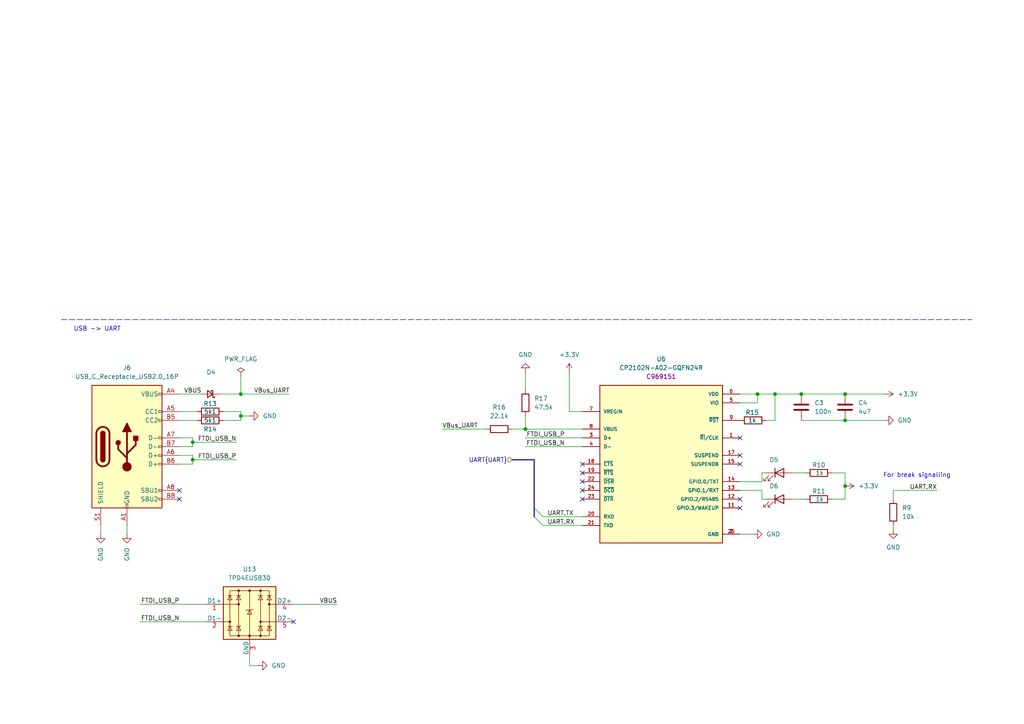
<source format=kicad_sch>
(kicad_sch (version 20250114) (generator "eeschema") (generator_version "9.0")
  (paper "A4")
  (title_block (title "HomeLabIO") (rev "v0.3"))
  (lib_symbols
    (symbol "Connector:USB_C_Receptacle_USB2.0_16P" (pin_names (offset 1.016))
      (property "Reference" "J" (at 0 22.225 0))
      (property "Value" "USB_C_Receptacle_USB2.0_16P" (at 0 19.685 0))
      (symbol "USB_C_Receptacle_USB2.0_16P_0_0"
        (rectangle (start -0.254 -17.78) (end 0.254 -16.764))
        (rectangle (start 10.16 15.494) (end 9.144 14.986))
        (rectangle (start 10.16 10.414) (end 9.144 9.906))
        (rectangle (start 10.16 7.874) (end 9.144 7.366))
        (rectangle (start 10.16 2.794) (end 9.144 2.286))
        (rectangle (start 10.16 0.254) (end 9.144 -0.254))
        (rectangle (start 10.16 -2.286) (end 9.144 -2.794))
        (rectangle (start 10.16 -4.826) (end 9.144 -5.334))
        (rectangle (start 10.16 -12.446) (end 9.144 -12.954))
        (rectangle (start 10.16 -14.986) (end 9.144 -15.494))
      )
      (symbol "USB_C_Receptacle_USB2.0_16P_0_1"
        (rectangle (start -10.16 17.78) (end 10.16 -17.78) (stroke (width 0.254)) (fill (type background)))
        (polyline (pts (xy -8.89 -3.81) (xy -8.89 3.81)) (stroke (width 0.508)))
        (rectangle (start -7.62 -3.81) (end -6.35 3.81) (stroke (width 0.254)) (fill (type outline)))
        (arc (start -7.62 3.81) (mid -6.985 4.4423) (end -6.35 3.81) (stroke (width 0.254)))
        (arc (start -7.62 3.81) (mid -6.985 4.4423) (end -6.35 3.81) (stroke (width 0.254)) (fill (type outline)))
        (arc (start -8.89 3.81) (mid -6.985 5.7067) (end -5.08 3.81) (stroke (width 0.508)))
        (arc (start -5.08 -3.81) (mid -6.985 -5.7067) (end -8.89 -3.81) (stroke (width 0.508)))
        (arc (start -6.35 -3.81) (mid -6.985 -4.4423) (end -7.62 -3.81) (stroke (width 0.254)))
        (arc (start -6.35 -3.81) (mid -6.985 -4.4423) (end -7.62 -3.81) (stroke (width 0.254)) (fill (type outline)))
        (polyline (pts (xy -5.08 3.81) (xy -5.08 -3.81)) (stroke (width 0.508)))
        (circle (center -2.54 1.143) (radius 0.635) (stroke (width 0.254)) (fill (type outline)))
        (polyline (pts (xy -1.27 4.318) (xy 0 6.858) (xy 1.27 4.318) (xy -1.27 4.318)) (stroke (width 0.254)) (fill (type outline)))
        (polyline (pts (xy 0 -2.032) (xy 2.54 0.508) (xy 2.54 1.778)) (stroke (width 0.508)))
        (polyline (pts (xy 0 -3.302) (xy -2.54 -0.762) (xy -2.54 0.508)) (stroke (width 0.508)))
        (polyline (pts (xy 0 -5.842) (xy 0 4.318)) (stroke (width 0.508)))
        (circle (center 0 -5.842) (radius 1.27) (fill (type outline)))
        (rectangle (start 1.905 1.778) (end 3.175 3.048) (stroke (width 0.254)) (fill (type outline)))
      )
      (symbol "USB_C_Receptacle_USB2.0_16P_1_1"
        (pin passive line (at -7.62 -22.86 90) (length 5.08) (name "SHIELD") (number "S1"))
        (pin passive line (at 0 -22.86 90) (length 5.08) (name "GND") (number "A1"))
        (pin passive line (at 0 -22.86 90) (length 5.08) (hide yes) (name "GND") (number "A12"))
        (pin passive line (at 0 -22.86 90) (length 5.08) (hide yes) (name "GND") (number "B1"))
        (pin passive line (at 0 -22.86 90) (length 5.08) (hide yes) (name "GND") (number "B12"))
        (pin passive line (at 15.24 15.24 180) (length 5.08) (name "VBUS") (number "A4"))
        (pin passive line (at 15.24 15.24 180) (length 5.08) (hide yes) (name "VBUS") (number "A9"))
        (pin passive line (at 15.24 15.24 180) (length 5.08) (hide yes) (name "VBUS") (number "B4"))
        (pin passive line (at 15.24 15.24 180) (length 5.08) (hide yes) (name "VBUS") (number "B9"))
        (pin bidirectional line (at 15.24 10.16 180) (length 5.08) (name "CC1") (number "A5"))
        (pin bidirectional line (at 15.24 7.62 180) (length 5.08) (name "CC2") (number "B5"))
        (pin bidirectional line (at 15.24 2.54 180) (length 5.08) (name "D-") (number "A7"))
        (pin bidirectional line (at 15.24 0 180) (length 5.08) (name "D-") (number "B7"))
        (pin bidirectional line (at 15.24 -2.54 180) (length 5.08) (name "D+") (number "A6"))
        (pin bidirectional line (at 15.24 -5.08 180) (length 5.08) (name "D+") (number "B6"))
        (pin bidirectional line (at 15.24 -12.7 180) (length 5.08) (name "SBU1") (number "A8"))
        (pin bidirectional line (at 15.24 -15.24 180) (length 5.08) (name "SBU2") (number "B8"))
      )
    )
    (symbol "Device:D_Schottky_Small" (pin_numbers (hide yes)) (pin_names (offset 0.254) (hide yes))
      (property "Reference" "D" (at -1.27 2.032 0))
      (property "Value" "D_Schottky_Small" (at -7.112 -2.032 0))
      (symbol "D_Schottky_Small_0_1"
        (polyline (pts (xy -1.27 0.762) (xy -1.27 1.016) (xy -0.762 1.016) (xy -0.762 -1.016) (xy -0.254 -1.016) (xy -0.254 -0.762)) (stroke (width 0.254)))
        (polyline (pts (xy -0.762 0) (xy 0.762 0)))
        (polyline (pts (xy 0.762 -1.016) (xy -0.762 0) (xy 0.762 1.016) (xy 0.762 -1.016)) (stroke (width 0.254)))
      )
      (symbol "D_Schottky_Small_1_1"
        (pin passive line (at -2.54 0 0) (length 1.778) (name "K") (number "1"))
        (pin passive line (at 2.54 0 180) (length 1.778) (name "A") (number "2"))
      )
    )
    (symbol "GND_2" (power) (pin_numbers (hide yes)) (pin_names (offset 0) (hide yes))
      (property "Value" "GND" (at 0 -3.81 0))
      (symbol "GND_2_0_1"
        (polyline (pts (xy 0 0) (xy 0 -1.27) (xy 1.27 -1.27) (xy 0 -2.54) (xy -1.27 -1.27) (xy 0 -1.27)))
      )
      (symbol "GND_2_1_1"
        (pin power_in line (at 0 0 270) (length 0) (name "~") (number "1"))
      )
    )
    (symbol "HomeLabIO:C" (pin_numbers (hide yes)) (pin_names (offset 0.254))
      (property "Reference" "C" (at 0.635 2.54 0))
      (property "Value" "C" (at 0.635 -2.54 0))
      (symbol "C_0_1"
        (polyline (pts (xy -2.032 0.762) (xy 2.032 0.762)) (stroke (width 0.508)))
        (polyline (pts (xy -2.032 -0.762) (xy 2.032 -0.762)) (stroke (width 0.508)))
      )
      (symbol "C_1_1"
        (pin passive line (at 0 3.81 270) (length 2.794) (name "~") (number "1"))
        (pin passive line (at 0 -3.81 90) (length 2.794) (name "~") (number "2"))
      )
    )
    (symbol "HomeLabIO:CP2102N-A02-GQFN24R" (pin_names (offset 1.016))
      (property "Reference" "U" (at -17.78 23.86 0))
      (property "Value" "CP2102N-A02-GQFN24R" (at -17.78 -25.4 0))
      (property "JLCPCB Part #" "C969151" (at 0 0 0))
      (symbol "CP2102N-A02-GQFN24R_0_0"
        (rectangle (start -17.78 -22.86) (end 17.78 22.86) (stroke (width 0.254)) (fill (type background)))
        (pin input line (at -22.86 15.24 0) (length 5.08) (name "VREGIN") (number "7"))
        (pin input line (at -22.86 10.16 0) (length 5.08) (name "VBUS") (number "8"))
        (pin bidirectional line (at -22.86 7.62 0) (length 5.08) (name "D+") (number "3"))
        (pin bidirectional line (at -22.86 5.08 0) (length 5.08) (name "D-") (number "4"))
        (pin input line (at -22.86 0 0) (length 5.08) (name "~{CTS}") (number "18"))
        (pin output line (at -22.86 -2.54 0) (length 5.08) (name "~{RTS}") (number "19"))
        (pin input line (at -22.86 -5.08 0) (length 5.08) (name "~{DSR}") (number "22"))
        (pin input line (at -22.86 -7.62 0) (length 5.08) (name "~{DCD}") (number "24"))
        (pin output line (at -22.86 -10.16 0) (length 5.08) (name "~{DTR}") (number "23"))
        (pin input line (at -22.86 -15.24 0) (length 5.08) (name "RXD") (number "20"))
        (pin output line (at -22.86 -17.78 0) (length 5.08) (name "TXD") (number "21"))
        (pin power_in line (at 22.86 20.32 180) (length 5.08) (name "VDD") (number "6"))
        (pin power_in line (at 22.86 17.78 180) (length 5.08) (name "VIO") (number "5"))
        (pin bidirectional line (at 22.86 12.7 180) (length 5.08) (name "~{RST}") (number "9"))
        (pin bidirectional line (at 22.86 7.62 180) (length 5.08) (name "~{RI}/CLK") (number "1"))
        (pin output line (at 22.86 2.54 180) (length 5.08) (name "SUSPEND") (number "17"))
        (pin output line (at 22.86 0 180) (length 5.08) (name "SUSPENDB") (number "15"))
        (pin bidirectional line (at 22.86 -5.08 180) (length 5.08) (name "GPIO.0/TXT") (number "14"))
        (pin bidirectional line (at 22.86 -7.62 180) (length 5.08) (name "GPIO.1/RXT") (number "13"))
        (pin bidirectional line (at 22.86 -10.16 180) (length 5.08) (name "GPIO.2/RS485") (number "12"))
        (pin bidirectional line (at 22.86 -12.7 180) (length 5.08) (name "GPIO.3/WAKEUP") (number "11"))
        (pin power_in line (at 22.86 -20.32 180) (length 5.08) (name "GND") (number "2"))
        (pin power_in line (at 22.86 -20.32 180) (length 5.08) (name "GND") (number "25"))
      )
    )
    (symbol "HomeLabIO:LED" (pin_numbers (hide yes)) (pin_names (hide yes))
      (property "Reference" "D" (at 0 2.54 0))
      (property "Value" "LED" (at 0 -2.54 0))
      (symbol "LED_0_1"
        (polyline (pts (xy -3.048 -0.762) (xy -4.572 -2.286) (xy -3.81 -2.286) (xy -4.572 -2.286) (xy -4.572 -1.524)))
        (polyline (pts (xy -1.778 -0.762) (xy -3.302 -2.286) (xy -2.54 -2.286) (xy -3.302 -2.286) (xy -3.302 -1.524)))
        (polyline (pts (xy -1.27 0) (xy 1.27 0)))
        (polyline (pts (xy -1.27 -1.27) (xy -1.27 1.27)) (stroke (width 0.254)))
        (polyline (pts (xy 1.27 -1.27) (xy 1.27 1.27) (xy -1.27 0) (xy 1.27 -1.27)) (stroke (width 0.254)))
      )
      (symbol "LED_1_1"
        (pin passive line (at -3.81 0 0) (length 2.54) (name "K") (number "1"))
        (pin passive line (at 3.81 0 180) (length 2.54) (name "A") (number "2"))
      )
    )
    (symbol "HomeLabIO:R" (pin_numbers (hide yes)) (pin_names (offset 0))
      (property "Reference" "R" (at 2.032 0 90))
      (property "Value" "R" (at 0 0 90))
      (symbol "R_0_1"
        (rectangle (start -1.016 -2.54) (end 1.016 2.54) (stroke (width 0.254)))
      )
      (symbol "R_1_1"
        (pin passive line (at 0 3.81 270) (length 1.27) (name "~") (number "1"))
        (pin passive line (at 0 -3.81 90) (length 1.27) (name "~") (number "2"))
      )
    )
    (symbol "HomeLabIO:TPD4EUSB30" (pin_names (offset 0))
      (property "Reference" "U" (at -0.635 8.89 0))
      (property "Value" "TPD4EUSB30" (at 8.89 -10.16 0))
      (symbol "TPD4EUSB30_0_0"
        (rectangle (start -5.715 6.477) (end 5.715 -6.604))
        (polyline (pts (xy -3.175 -6.604) (xy -3.175 6.477)))
        (polyline (pts (xy 0 6.477) (xy 0 -6.604)))
        (polyline (pts (xy 3.175 6.477) (xy 3.175 -6.604)))
      )
      (symbol "TPD4EUSB30_0_1"
        (polyline (pts (xy -7.747 2.54) (xy -3.175 2.54)))
        (rectangle (start -7.62 7.62) (end 7.62 -7.62) (stroke (width 0.254)) (fill (type background)))
        (polyline (pts (xy -7.62 -2.54) (xy -5.715 -2.54)))
        (circle (center -5.715 -2.54) (radius 0.2794) (fill (type outline)))
        (polyline (pts (xy -5.08 5.08) (xy -6.35 5.08)))
        (polyline (pts (xy -5.08 3.81) (xy -6.35 3.81) (xy -5.715 5.08) (xy -5.08 3.81)))
        (polyline (pts (xy -5.08 -3.81) (xy -6.35 -3.81)))
        (polyline (pts (xy -5.08 -5.08) (xy -6.35 -5.08) (xy -5.715 -3.81) (xy -5.08 -5.08)))
        (circle (center -3.175 6.477) (radius 0.2794) (fill (type outline)))
        (circle (center -3.175 2.54) (radius 0.2794) (fill (type outline)))
        (circle (center -3.175 -6.604) (radius 0.2794) (fill (type outline)))
        (polyline (pts (xy -2.54 5.08) (xy -3.81 5.08)))
        (polyline (pts (xy -2.54 3.81) (xy -3.81 3.81) (xy -3.175 5.08) (xy -2.54 3.81)))
        (polyline (pts (xy -2.54 -3.81) (xy -3.81 -3.81)))
        (polyline (pts (xy -2.54 -5.08) (xy -3.81 -5.08) (xy -3.175 -3.81) (xy -2.54 -5.08)))
        (polyline (pts (xy -0.635 0.889) (xy -1.016 0.635)))
        (circle (center 0 6.477) (radius 0.2794) (fill (type outline)))
        (polyline (pts (xy 0 -6.604) (xy 0 -7.62)))
        (circle (center 0 -6.604) (radius 0.2794) (fill (type outline)))
        (polyline (pts (xy 0.635 0.889) (xy -0.635 0.889)))
        (polyline (pts (xy 0.635 0.889) (xy 1.016 1.143)))
        (polyline (pts (xy 0.635 -0.381) (xy -0.635 -0.381) (xy 0 0.889) (xy 0.635 -0.381)))
        (circle (center 3.175 6.477) (radius 0.2794) (fill (type outline)))
        (circle (center 3.175 -2.54) (radius 0.2794) (fill (type outline)))
        (circle (center 3.175 -6.604) (radius 0.2794) (fill (type outline)))
        (polyline (pts (xy 3.81 5.08) (xy 2.54 5.08)))
        (polyline (pts (xy 3.81 3.81) (xy 2.54 3.81) (xy 3.175 5.08) (xy 3.81 3.81)))
        (polyline (pts (xy 3.81 -3.81) (xy 2.54 -3.81)))
        (polyline (pts (xy 3.81 -5.08) (xy 2.54 -5.08) (xy 3.175 -3.81) (xy 3.81 -5.08)))
        (circle (center 5.715 2.54) (radius 0.2794) (fill (type outline)))
        (polyline (pts (xy 6.35 5.08) (xy 5.08 5.08)))
        (polyline (pts (xy 6.35 3.81) (xy 5.08 3.81) (xy 5.715 5.08) (xy 6.35 3.81)))
        (polyline (pts (xy 6.35 -3.81) (xy 5.08 -3.81)))
        (polyline (pts (xy 6.35 -5.08) (xy 5.08 -5.08) (xy 5.715 -3.81) (xy 6.35 -5.08)))
        (polyline (pts (xy 7.62 2.54) (xy 5.715 2.54)))
        (polyline (pts (xy 7.62 -2.54) (xy 3.175 -2.54)))
      )
      (symbol "TPD4EUSB30_1_1"
        (pin passive line (at -12.7 2.54 0) (length 5.08) (name "D1+") (number "1"))
        (pin passive line (at -12.7 2.54 0) (length 5.08) (hide yes) (name "~") (number "10"))
        (pin passive line (at -12.7 -2.54 0) (length 5.08) (name "D1-") (number "2"))
        (pin passive line (at -12.7 -2.54 0) (length 5.08) (hide yes) (name "~") (number "9"))
        (pin power_in line (at 0 -12.7 90) (length 5.08) (name "GND") (number "3"))
        (pin passive line (at 0 -12.7 90) (length 5.08) (hide yes) (name "GND") (number "8"))
        (pin passive line (at 12.7 2.54 180) (length 5.08) (name "D2+") (number "4"))
        (pin passive line (at 12.7 2.54 180) (length 5.08) (hide yes) (name "~") (number "7"))
        (pin passive line (at 12.7 -2.54 180) (length 5.08) (name "D2-") (number "5"))
        (pin passive line (at 12.7 -2.54 180) (length 5.08) (hide yes) (name "~") (number "6"))
      )
    )
    (symbol "power:+3.3V" (power) (pin_numbers (hide yes)) (pin_names (offset 0) (hide yes))
      (property "Value" "+3.3V" (at 0 3.556 0))
      (symbol "+3.3V_0_1"
        (polyline (pts (xy -0.762 1.27) (xy 0 2.54)))
        (polyline (pts (xy 0 2.54) (xy 0.762 1.27)))
        (polyline (pts (xy 0 0) (xy 0 2.54)))
      )
      (symbol "+3.3V_1_1"
        (pin power_in line (at 0 0 90) (length 0) (name "~") (number "1"))
      )
    )
    (symbol "power:GND" (power) (pin_numbers (hide yes)) (pin_names (offset 0) (hide yes))
      (property "Value" "GND" (at 0 -3.81 0))
      (symbol "GND_0_1"
        (polyline (pts (xy 0 0) (xy 0 -1.27) (xy 1.27 -1.27) (xy 0 -2.54) (xy -1.27 -1.27) (xy 0 -1.27)))
      )
      (symbol "GND_1_1"
        (pin power_in line (at 0 0 270) (length 0) (name "~") (number "1"))
      )
    )
    (symbol "power:PWR_FLAG" (power) (pin_numbers (hide yes)) (pin_names (offset 0) (hide yes))
      (property "Value" "PWR_FLAG" (at 0 3.81 0))
      (symbol "PWR_FLAG_0_0"
        (pin power_out line (at 0 0 90) (length 0) (name "~") (number "1"))
      )
      (symbol "PWR_FLAG_0_1"
        (polyline (pts (xy 0 0) (xy 0 1.27) (xy -1.016 1.905) (xy 0 2.54) (xy 1.016 1.905) (xy 0 1.27)))
      )
    )
  )
  (bus_alias "UART" (members "TX" "RX"))
  (text "For break signalling" (at 265.938 137.922 0) (effects (font (size 1.27 1.27))))
  (text "USB -> UART" (at 28.194 95.504 0) (effects (font (size 1.27 1.27))))
  (junction (at 69.85 120.65))
  (junction (at 219.71 114.3))
  (junction (at 245.11 140.97))
  (junction (at 232.41 114.3))
  (junction (at 245.11 121.92))
  (junction (at 55.88 128.27))
  (junction (at 55.88 133.35))
  (junction (at 245.11 114.3))
  (junction (at 69.85 114.3))
  (junction (at 224.79 114.3))
  (junction (at 152.4 124.46))
  (no_connect (at 168.91 144.78))
  (no_connect (at 214.63 134.62))
  (no_connect (at 214.63 147.32))
  (no_connect (at 168.91 142.24))
  (no_connect (at 168.91 137.16))
  (no_connect (at 214.63 127))
  (no_connect (at 214.63 144.78))
  (no_connect (at 168.91 134.62))
  (no_connect (at 52.07 142.24))
  (no_connect (at 214.63 132.08))
  (no_connect (at 85.09 180.34))
  (no_connect (at 52.07 144.78))
  (no_connect (at 168.91 139.7))
  (bus_entry (at 154.94 149.86) (size 2.54 2.54))
  (bus_entry (at 154.94 147.32) (size 2.54 2.54))
  (wire (pts (xy 55.88 128.27) (xy 68.58 128.27)))
  (wire (pts (xy 55.88 129.54) (xy 55.88 128.27)))
  (wire (pts (xy 85.09 175.26) (xy 97.79 175.26)))
  (bus (pts (xy 154.94 147.32) (xy 154.94 133.35)))
  (bus (pts (xy 154.94 149.86) (xy 154.94 147.32)))
  (wire (pts (xy 219.71 114.3) (xy 224.79 114.3)))
  (wire (pts (xy 40.64 175.26) (xy 59.69 175.26)))
  (wire (pts (xy 52.07 132.08) (xy 55.88 132.08)))
  (wire (pts (xy 52.07 129.54) (xy 55.88 129.54)))
  (wire (pts (xy 148.59 124.46) (xy 152.4 124.46)))
  (wire (pts (xy 55.88 134.62) (xy 55.88 133.35)))
  (wire (pts (xy 69.85 114.3) (xy 83.82 114.3)))
  (wire (pts (xy 157.48 152.4) (xy 168.91 152.4)))
  (wire (pts (xy 52.07 121.92) (xy 57.15 121.92)))
  (wire (pts (xy 55.88 127) (xy 55.88 128.27)))
  (polyline (pts (xy 17.78 92.71) (xy 281.94 92.71)) (stroke (width 0) (type dash)))
  (wire (pts (xy 69.85 109.22) (xy 69.85 114.3)))
  (wire (pts (xy 69.85 121.92) (xy 69.85 120.65)))
  (wire (pts (xy 69.85 119.38) (xy 69.85 120.65)))
  (wire (pts (xy 245.11 114.3) (xy 256.54 114.3)))
  (wire (pts (xy 64.77 121.92) (xy 69.85 121.92)))
  (wire (pts (xy 128.27 124.46) (xy 140.97 124.46)))
  (wire (pts (xy 52.07 119.38) (xy 57.15 119.38)))
  (wire (pts (xy 52.07 114.3) (xy 58.42 114.3)))
  (wire (pts (xy 152.4 120.65) (xy 152.4 124.46)))
  (wire (pts (xy 245.11 121.92) (xy 256.54 121.92)))
  (wire (pts (xy 245.11 140.97) (xy 245.11 144.78)))
  (wire (pts (xy 157.48 149.86) (xy 168.91 149.86)))
  (wire (pts (xy 220.98 137.16) (xy 222.25 137.16)))
  (wire (pts (xy 29.21 152.4) (xy 29.21 154.94)))
  (wire (pts (xy 214.63 114.3) (xy 219.71 114.3)))
  (wire (pts (xy 229.87 137.16) (xy 233.68 137.16)))
  (bus (pts (xy 148.59 133.35) (xy 154.94 133.35)))
  (wire (pts (xy 152.4 124.46) (xy 168.91 124.46)))
  (wire (pts (xy 165.1 119.38) (xy 168.91 119.38)))
  (wire (pts (xy 219.71 116.84) (xy 219.71 114.3)))
  (wire (pts (xy 64.77 119.38) (xy 69.85 119.38)))
  (wire (pts (xy 36.83 152.4) (xy 36.83 154.94)))
  (wire (pts (xy 259.08 152.4) (xy 259.08 153.67)))
  (wire (pts (xy 232.41 114.3) (xy 245.11 114.3)))
  (wire (pts (xy 52.07 134.62) (xy 55.88 134.62)))
  (wire (pts (xy 152.4 127) (xy 168.91 127)))
  (wire (pts (xy 40.64 180.34) (xy 59.69 180.34)))
  (wire (pts (xy 222.25 121.92) (xy 224.79 121.92)))
  (wire (pts (xy 55.88 133.35) (xy 68.58 133.35)))
  (wire (pts (xy 55.88 132.08) (xy 55.88 133.35)))
  (wire (pts (xy 220.98 139.7) (xy 214.63 139.7)))
  (wire (pts (xy 259.08 142.24) (xy 271.78 142.24)))
  (wire (pts (xy 220.98 144.78) (xy 222.25 144.78)))
  (wire (pts (xy 229.87 144.78) (xy 233.68 144.78)))
  (wire (pts (xy 224.79 121.92) (xy 224.79 114.3)))
  (wire (pts (xy 72.39 193.04) (xy 74.93 193.04)))
  (wire (pts (xy 224.79 114.3) (xy 232.41 114.3)))
  (wire (pts (xy 52.07 127) (xy 55.88 127)))
  (wire (pts (xy 220.98 144.78) (xy 220.98 142.24)))
  (wire (pts (xy 72.39 120.65) (xy 69.85 120.65)))
  (wire (pts (xy 220.98 137.16) (xy 220.98 139.7)))
  (wire (pts (xy 232.41 121.92) (xy 245.11 121.92)))
  (wire (pts (xy 245.11 140.97) (xy 245.11 137.16)))
  (wire (pts (xy 72.39 190.5) (xy 72.39 193.04)))
  (wire (pts (xy 241.3 144.78) (xy 245.11 144.78)))
  (wire (pts (xy 220.98 142.24) (xy 214.63 142.24)))
  (wire (pts (xy 152.4 107.95) (xy 152.4 113.03)))
  (wire (pts (xy 165.1 107.95) (xy 165.1 119.38)))
  (wire (pts (xy 63.5 114.3) (xy 69.85 114.3)))
  (wire (pts (xy 241.3 137.16) (xy 245.11 137.16)))
  (wire (pts (xy 214.63 116.84) (xy 219.71 116.84)))
  (wire (pts (xy 152.4 129.54) (xy 168.91 129.54)))
  (wire (pts (xy 214.63 154.94) (xy 218.44 154.94)))
  (wire (pts (xy 259.08 142.24) (xy 259.08 144.78)))
  (label "UART.RX" (at 158.75 152.4 0))
  (label "FTDI_USB_P" (at 163.83 127 180))
  (label "VBUS" (at 53.34 114.3 0))
  (label "FTDI_USB_P" (at 52.07 175.26 180))
  (label "UART.RX" (at 271.78 142.24 180))
  (label "FTDI_USB_P" (at 68.58 133.35 180))
  (label "UART.TX" (at 158.75 149.86 0))
  (label "FTDI_USB_N" (at 52.07 180.34 180))
  (label "VBus_UART" (at 73.66 114.3 0))
  (label "FTDI_USB_N" (at 163.83 129.54 180))
  (label "VBus_UART" (at 128.27 124.46 0))
  (label "FTDI_USB_N" (at 68.58 128.27 180))
  (label "VBUS" (at 97.79 175.26 180))
  (hierarchical_label "UART{UART}" (shape input) (at 148.59 133.35 180))
  (symbol (lib_id "power:GND") (at 218.44 154.94 90) (unit 1)
    (property "Reference" "#PWR021" (effects (hide yes)))
    (property "Value" "GND" (at 222.25 154.9399 90) (effects (justify right)))
    (property "Description" "Power symbol creates a global label with name \"GND\" , ground" (effects (hide yes)))
  )
  (symbol (lib_id "power:PWR_FLAG") (at 69.85 109.22 0) (unit 1)
    (property "Reference" "#FLG03" (effects (hide yes)))
    (property "Value" "PWR_FLAG" (at 69.85 104.14 0))
    (property "Description" "Special symbol for telling ERC where power comes from" (effects (hide yes)))
  )
  (symbol (lib_id "Connector:USB_C_Receptacle_USB2.0_16P") (at 36.83 129.54 0) (unit 1)
    (property "Reference" "J6" (at 36.83 106.68 0))
    (property "Value" "USB_C_Receptacle_USB2.0_16P" (at 36.83 109.22 0))
    (property "Footprint" "Connector_USB:USB_C_Receptacle_HRO_TYPE-C-31-M-12" (effects (hide yes)))
    (property "Datasheet" "https://www.usb.org/sites/default/files/documents/usb_type-c.zip" (effects (hide yes)))
    (property "Description" "USB 2.0-only 16P Type-C Receptacle connector" (effects (hide yes)))
    (property "MPN" "TYPE-C-31-M-12" (effects (hide yes)))
    (property "Manufacturer" "Korean Hroparts Elec" (effects (hide yes)))
    (property "JLCPCB Part #" "C165948" (effects (hide yes)))
  )
  (symbol (lib_id "power:GND") (at 256.54 121.92 90) (unit 1)
    (property "Reference" "#PWR051" (effects (hide yes)))
    (property "Value" "GND" (at 260.35 121.9199 90) (effects (justify right)))
    (property "Description" "Power symbol creates a global label with name \"GND\" , ground" (effects (hide yes)))
  )
  (symbol (lib_id "power:GND") (at 72.39 120.65 90) (unit 1)
    (property "Reference" "#PWR07" (effects (hide yes)))
    (property "Value" "GND" (at 76.2 120.6499 90) (effects (justify right)))
    (property "Description" "Power symbol creates a global label with name \"GND\" , ground" (effects (hide yes)))
  )
  (symbol (lib_id "HomeLabIO:R") (at 259.08 148.59 0) (unit 1)
    (property "Reference" "R9" (at 261.62 147.3199 0) (effects (justify left)))
    (property "Value" "10k" (at 261.62 149.8599 0) (effects (justify left)))
    (property "Footprint" "HomeLabIO:R_0402_1005Metric" (effects (hide yes)))
    (property "Datasheet" "https://www.mouser.co.za/datasheet/2/54/cr-1858361.pdf" (effects (hide yes)))
    (property "Description" "Thick Film Resistors - SMD 10K OHM %" (effects (hide yes)))
    (property "MPN" "CR0402-FX-1002GLF" (effects (hide yes)))
    (property "Manufacturer" "Bourns" (effects (hide yes)))
    (property "JLCPCB Part #" "C202396" (effects (hide yes)))
  )
  (symbol (lib_id "Device:D_Schottky_Small") (at 60.96 114.3 180) (unit 1)
    (property "Reference" "D4" (at 61.214 107.95 0))
    (property "Value" "D_Schottky_Small" (effects (hide yes)))
    (property "Footprint" "Diode_SMD:D_0402_1005Metric" (effects (hide yes)))
    (property "Datasheet" "https://wmsc.lcsc.com/wmsc/upload/file/pdf/v2/lcsc/2205091530_Comchip-CDBQR0130L-HF_C2886014.pdf" (effects (hide yes)))
    (property "Description" "35V Independent Type 350mV@10mA 100mA SOD-923F  Schottky Diodes ROHS" (effects (hide yes)))
    (property "Manufacturer" "Comchip" (effects (hide yes)))
    (property "MPN" "CDBQR0130L-HF" (effects (hide yes)))
    (property "JLCPCB Part #" "C2886014" (effects (hide yes)))
  )
  (symbol (lib_id "HomeLabIO:R") (at 152.4 116.84 180) (unit 1)
    (property "Reference" "R17" (at 154.94 115.5699 0) (effects (justify right)))
    (property "Value" "47.5k" (at 154.94 118.1099 0) (effects (justify right)))
    (property "Footprint" "HomeLabIO:R_0402_1005Metric" (effects (hide yes)))
    (property "Datasheet" "https://wmsc.lcsc.com/wmsc/upload/file/pdf/v2/lcsc/2308241009_FOJAN-FRC0402F4752TS_C2930010.pdf" (effects (hide yes)))
    (property "Description" "62.5mW Thick Film Resistors 50V ±100ppm/℃ ±1% 47.5kΩ 0402  Chip Resistor - Surface Mount ROHS" (effects (hide yes)))
    (property "Manufacturer" "FOJAN" (effects (hide yes)))
    (property "MPN" "FRC0402F4752TS" (effects (hide yes)))
    (property "JLCPCB Part #" "C2930010" (effects (hide yes)))
  )
  (symbol (lib_id "power:GND") (at 152.4 107.95 180) (unit 1)
    (property "Reference" "#PWR024" (effects (hide yes)))
    (property "Value" "GND" (at 152.4 102.87 0))
    (property "Description" "Power symbol creates a global label with name \"GND\" , ground" (effects (hide yes)))
  )
  (symbol (lib_id "HomeLabIO:C") (at 245.11 118.11 0) (unit 1)
    (property "Reference" "C4" (at 248.92 116.8399 0) (effects (justify left)))
    (property "Value" "4u7" (at 248.92 119.3799 0) (effects (justify left)))
    (property "Footprint" "HomeLabIO:C_0402_1005Metric" (effects (hide yes)))
    (property "Datasheet" "https://wmsc.lcsc.com/wmsc/upload/file/pdf/v2/lcsc/2207071030_Samsung-Electro-Mechanics-CL05A475MO5NUNC_C318563.pdf" (effects (hide yes)))
    (property "Description" "16V 4.7uF X5R ±20% 0402  Multilayer Ceramic Capacitors MLCC - SMD/SMT ROHS" (effects (hide yes)))
    (property "Manufacturer" "Samsung Electro-Mechanics" (effects (hide yes)))
    (property "MPN" "CL05A475MO5NUNC" (effects (hide yes)))
    (property "JLCPCB Part #" "C318563" (effects (hide yes)))
  )
  (symbol (lib_id "power:+3.3V") (at 256.54 114.3 270) (unit 1)
    (property "Reference" "#PWR022" (effects (hide yes)))
    (property "Value" "+3.3V" (at 260.35 114.2999 90) (effects (justify left)))
    (property "Description" "Power symbol creates a global label with name \"+3.3V\"" (effects (hide yes)))
  )
  (symbol (lib_id "HomeLabIO:LED") (at 226.06 137.16 0) (unit 1)
    (property "Reference" "D5" (at 224.4725 133.35 0))
    (property "Value" "LED" (effects (hide yes)))
    (property "Footprint" "LED_SMD:LED_0603_1608Metric" (effects (hide yes)))
    (property "Datasheet" "https://www.lcsc.com/datasheet/lcsc_datasheet_1810231814_Lite-On-LTST-C191KFKT_C160478.pdf" (effects (hide yes)))
    (property "Description" "20mA 90mcd Colorless transparent lens -30℃~+85℃ 605nm Orange 130° 75mW 2V 0603 LED Indication - Discrete ROHS" (effects (hide yes)))
    (property "MPN" "LTST-C191KFKT" (effects (hide yes)))
    (property "Manufacturer" "Lite-On" (effects (hide yes)))
    (property "JLCPCB Part #" "C160478" (effects (hide yes)))
  )
  (symbol (lib_id "power:+3.3V") (at 245.11 140.97 270) (unit 1)
    (property "Reference" "#PWR043" (effects (hide yes)))
    (property "Value" "+3.3V" (at 248.92 140.9699 90) (effects (justify left)))
    (property "Description" "Power symbol creates a global label with name \"+3.3V\"" (effects (hide yes)))
  )
  (symbol (lib_id "HomeLabIO:LED") (at 226.06 144.78 0) (unit 1)
    (property "Reference" "D6" (at 224.4725 140.97 0))
    (property "Value" "LED" (effects (hide yes)))
    (property "Footprint" "LED_SMD:LED_0603_1608Metric" (effects (hide yes)))
    (property "Datasheet" "https://www.lcsc.com/datasheet/lcsc_datasheet_1810231814_Lite-On-LTST-C191KFKT_C160478.pdf" (effects (hide yes)))
    (property "Description" "20mA 90mcd Colorless transparent lens -30℃~+85℃ 605nm Orange 130° 75mW 2V 0603 LED Indication - Discrete ROHS" (effects (hide yes)))
    (property "MPN" "LTST-C191KFKT" (effects (hide yes)))
    (property "Manufacturer" "Lite-On" (effects (hide yes)))
    (property "JLCPCB Part #" "C160478" (effects (hide yes)))
  )
  (symbol (lib_name "GND_2") (lib_id "power:GND") (at 259.08 153.67 0) (unit 1)
    (property "Reference" "#PWR042" (effects (hide yes)))
    (property "Value" "GND" (at 259.08 158.75 0))
    (property "Description" "Power symbol creates a global label with name \"GND\" , ground" (effects (hide yes)))
  )
  (symbol (lib_id "power:+3.3V") (at 165.1 107.95 0) (unit 1)
    (property "Reference" "#PWR023" (effects (hide yes)))
    (property "Value" "+3.3V" (at 165.1 102.87 0))
    (property "Description" "Power symbol creates a global label with name \"+3.3V\"" (effects (hide yes)))
  )
  (symbol (lib_id "power:GND") (at 29.21 154.94 0) (unit 1)
    (property "Reference" "#PWR046" (effects (hide yes)))
    (property "Value" "GND" (at 29.2101 158.75 90) (effects (justify right)))
    (property "Description" "Power symbol creates a global label with name \"GND\" , ground" (effects (hide yes)))
  )
  (symbol (lib_id "HomeLabIO:C") (at 232.41 118.11 180) (unit 1)
    (property "Reference" "C3" (at 236.22 116.8399 0) (effects (justify right)))
    (property "Value" "100n" (at 236.22 119.3799 0) (effects (justify right)))
    (property "Footprint" "HomeLabIO:C_0402_1005Metric" (effects (hide yes)))
    (property "Datasheet" "https://www.lcsc.com/datasheet/lcsc_datasheet_2304140030_Samsung-Electro-Mechanics-CL05B104KO5NNNC_C1525.pdf" (effects (hide yes)))
    (property "Description" "16V 100nF X7R ±10% 0402 Multilayer Ceramic Capacitors MLCC - SMD/SMT ROHS" (effects (hide yes)))
    (property "MPN" "CL05B104KO5NNNC" (effects (hide yes)))
    (property "Manufacturer" "Samsung Electro-Mechanics" (effects (hide yes)))
    (property "JLCPCB Part #" "C1525" (effects (hide yes)))
  )
  (symbol (lib_id "HomeLabIO:R") (at 218.44 121.92 90) (unit 1)
    (property "Reference" "R15" (at 218.186 119.634 90))
    (property "Value" "1k" (at 218.186 121.92 90))
    (property "Footprint" "HomeLabIO:R_0402_1005Metric" (effects (hide yes)))
    (property "Datasheet" "https://www.lcsc.com/datasheet/lcsc_datasheet_2304140030_KOA-Speer-Elec-RK73H1ETTP1001F_C131360.pdf" (effects (hide yes)))
    (property "Description" "100mW Thick Film Resistors 75V ±100ppm/℃ ±1% 1kΩ 0402 Chip Resistor - Surface Mount ROHS" (effects (hide yes)))
    (property "MPN" "RK73H1ETTP1001F" (effects (hide yes)))
    (property "Manufacturer" "KOA Speer Elec" (effects (hide yes)))
    (property "JLCPCB Part #" "C131360" (effects (hide yes)))
  )
  (symbol (lib_id "power:GND") (at 74.93 193.04 90) (unit 1)
    (property "Reference" "#PWR048" (effects (hide yes)))
    (property "Value" "GND" (at 78.74 193.0399 90) (effects (justify right)))
    (property "Description" "Power symbol creates a global label with name \"GND\" , ground" (effects (hide yes)))
  )
  (symbol (lib_id "HomeLabIO:CP2102N-A02-GQFN24R") (at 191.77 134.62 0) (unit 1)
    (property "Reference" "U6" (at 191.77 104.14 0))
    (property "Value" "CP2102N-A02-GQFN24R" (at 191.77 106.68 0))
    (property "Footprint" "HomeLabIO:QFN50P400X400X80-25N" (effects (hide yes)))
    (property "Datasheet" "https://www.lcsc.com/datasheet/lcsc_datasheet_2304140030_SKYWORKS-SILICON-LABS-CP2102N-A02-GQFN24R_C969151.pdf" (effects (hide yes)))
    (property "Description" "USB to UART UART QFN-24-EP(4x4) USB Converters ROHS" (effects (hide yes)))
    (property "Manufacturer" "Silicon Labs" (effects (hide yes)))
    (property "MPN" "CP2102N-A02-GQFN24R" (effects (hide yes)))
    (property "JLCPCB Part #" "C969151" (at 191.77 109.22 0))
  )
  (symbol (lib_id "HomeLabIO:R") (at 237.49 144.78 90) (unit 1)
    (property "Reference" "R11" (at 237.49 142.494 90))
    (property "Value" "1k" (at 237.744 144.78 90))
    (property "Footprint" "HomeLabIO:R_0402_1005Metric" (effects (hide yes)))
    (property "Datasheet" "https://www.lcsc.com/datasheet/lcsc_datasheet_2304140030_KOA-Speer-Elec-RK73H1ETTP1001F_C131360.pdf" (effects (hide yes)))
    (property "Description" "100mW Thick Film Resistors 75V ±100ppm/℃ ±1% 1kΩ 0402 Chip Resistor - Surface Mount ROHS" (effects (hide yes)))
    (property "MPN" "RK73H1ETTP1001F" (effects (hide yes)))
    (property "Manufacturer" "KOA Speer Elec" (effects (hide yes)))
    (property "JLCPCB Part #" "C131360" (effects (hide yes)))
  )
  (symbol (lib_id "HomeLabIO:R") (at 144.78 124.46 90) (unit 1)
    (property "Reference" "R16" (at 144.78 118.11 90))
    (property "Value" "22.1k" (at 144.78 120.65 90))
    (property "Footprint" "HomeLabIO:R_0402_1005Metric" (effects (hide yes)))
    (property "Datasheet" "https://wmsc.lcsc.com/wmsc/upload/file/pdf/v2/lcsc/2304140030_BOURNS-CR0402-FX-2212GLF_C2085292.pdf" (effects (hide yes)))
    (property "Description" "62.5mW Thick Film Resistors 50V ±100ppm/℃ ±1% 22.1kΩ 0402 Chip Resistor - Surface Mount ROHS" (effects (hide yes)))
    (property "Manufacturer" "BOURNS" (effects (hide yes)))
    (property "MPN" "CR0402-FX-2212GLF" (effects (hide yes)))
    (property "JLCPCB Part #" "C2085292" (effects (hide yes)))
  )
  (symbol (lib_id "HomeLabIO:R") (at 60.96 121.92 90) (unit 1)
    (property "Reference" "R14" (at 60.96 124.46 90))
    (property "Value" "5k1" (at 60.96 119.38 90))
    (property "Footprint" "HomeLabIO:R_0402_1005Metric" (effects (hide yes)))
    (property "Datasheet" "https://www.lcsc.com/datasheet/lcsc_datasheet_2304140030_YAGEO-RC0402FR-075K1L_C105872.pdf" (effects (hide yes)))
    (property "Description" "62.5mW Thick Film Resistors 50V ±100ppm/℃ ±1% 5.1kΩ 0402 Chip Resistor - Surface Mount ROHS" (effects (hide yes)))
    (property "MPN" "RC0402FR-075K1L" (effects (hide yes)))
    (property "Manufacturer" "YAGEO" (effects (hide yes)))
    (property "JLCPCB Part #" "C105872" (effects (hide yes)))
  )
  (symbol (lib_id "HomeLabIO:R") (at 237.49 137.16 90) (unit 1)
    (property "Reference" "R10" (at 237.49 134.874 90))
    (property "Value" "1k" (at 237.744 137.16 90))
    (property "Footprint" "HomeLabIO:R_0402_1005Metric" (effects (hide yes)))
    (property "Datasheet" "https://www.lcsc.com/datasheet/lcsc_datasheet_2304140030_KOA-Speer-Elec-RK73H1ETTP1001F_C131360.pdf" (effects (hide yes)))
    (property "Description" "100mW Thick Film Resistors 75V ±100ppm/℃ ±1% 1kΩ 0402 Chip Resistor - Surface Mount ROHS" (effects (hide yes)))
    (property "MPN" "RK73H1ETTP1001F" (effects (hide yes)))
    (property "Manufacturer" "KOA Speer Elec" (effects (hide yes)))
    (property "JLCPCB Part #" "C131360" (effects (hide yes)))
  )
  (symbol (lib_id "HomeLabIO:R") (at 60.96 119.38 90) (unit 1)
    (property "Reference" "R13" (at 60.96 117.094 90))
    (property "Value" "5k1" (at 60.96 121.92 90))
    (property "Footprint" "HomeLabIO:R_0402_1005Metric" (effects (hide yes)))
    (property "Datasheet" "https://www.lcsc.com/datasheet/lcsc_datasheet_2304140030_YAGEO-RC0402FR-075K1L_C105872.pdf" (effects (hide yes)))
    (property "Description" "62.5mW Thick Film Resistors 50V ±100ppm/℃ ±1% 5.1kΩ 0402 Chip Resistor - Surface Mount ROHS" (effects (hide yes)))
    (property "MPN" "RC0402FR-075K1L" (effects (hide yes)))
    (property "Manufacturer" "YAGEO" (effects (hide yes)))
    (property "JLCPCB Part #" "C105872" (effects (hide yes)))
  )
  (symbol (lib_id "HomeLabIO:TPD4EUSB30") (at 72.39 177.8 0) (unit 1)
    (property "Reference" "U13" (at 72.39 165.1 0))
    (property "Value" "TPD4EUSB30" (at 72.39 167.64 0))
    (property "Footprint" "Package_SON:USON-10_2.5x1.0mm_P0.5mm" (effects (hide yes)))
    (property "Datasheet" "http://www.ti.com/lit/ds/symlink/tpd2eusb30a.pdf" (effects (hide yes)))
    (property "Description" "1A 45W 8V 7V Unidirectional 5.5V USON-10(1x2.5) ESD and Surge Protection (TVS/ESD) ROHS" (effects (hide yes)))
    (property "Manufacturer" "Texas Instruments" (effects (hide yes)))
    (property "MPN" "TPD4EUSB30DQAR" (effects (hide yes)))
    (property "JLCPCB Part #" "C90627" (effects (hide yes)))
  )
  (symbol (lib_id "power:GND") (at 36.83 154.94 0) (unit 1)
    (property "Reference" "#PWR047" (effects (hide yes)))
    (property "Value" "GND" (at 36.8301 158.75 90) (effects (justify right)))
    (property "Description" "Power symbol creates a global label with name \"GND\" , ground" (effects (hide yes)))
  )
)
</source>
